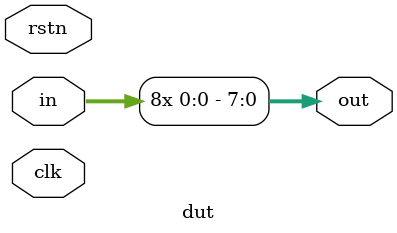
<source format=sv>
module dut(
    input logic clk,
    input logic rstn,
    input logic in,
    output logic [7:0] out
);

assign out[7:0] = {8{in}};

endmodule
</source>
